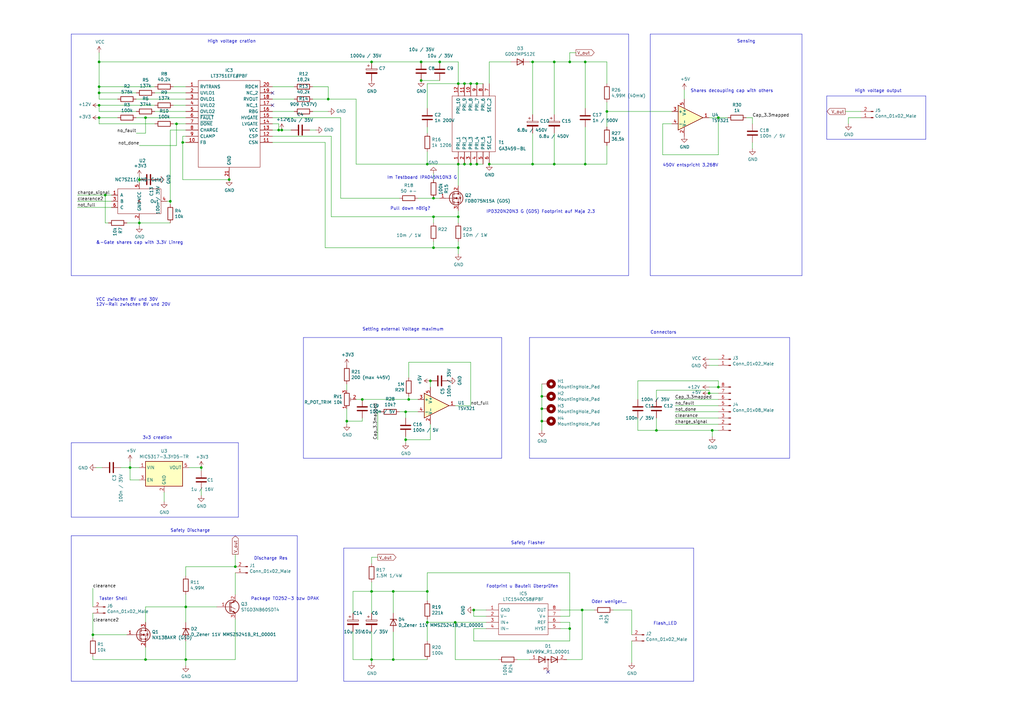
<source format=kicad_sch>
(kicad_sch (version 20230121) (generator eeschema)
  (paper "A3")
  (junction (at 96.52 232.41))
  (junction (at 82.55 191.77))
  (junction (at 180.34 25.4))
  (junction (at 195.58 67.31))
  (junction (at 93.98 73.66))
  (junction (at 114.3 53.34))
  (junction (at 40.64 43.18))
  (junction (at 187.96 88.9))
  (junction (at 40.64 38.1))
  (junction (at 53.34 191.77))
  (junction (at 115.57 53.34))
  (junction (at 166.37 180.34))
  (junction (at 172.72 33.02))
  (junction (at 294.64 158.75))
  (junction (at 152.4 242.57))
  (junction (at 175.26 67.31))
  (junction (at 57.15 91.44))
  (junction (at 222.25 172.72))
  (junction (at 142.24 172.72))
  (junction (at 187.96 67.31))
  (junction (at 176.53 156.21))
  (junction (at 227.33 25.4))
  (junction (at 200.66 67.31))
  (junction (at 43.18 80.01))
  (junction (at 59.69 48.26))
  (junction (at 57.15 73.66))
  (junction (at 193.04 67.31))
  (junction (at 152.4 270.51))
  (junction (at 233.68 25.4))
  (junction (at 218.44 25.4))
  (junction (at 194.31 250.19))
  (junction (at 161.29 242.57))
  (junction (at 175.26 255.27))
  (junction (at 222.25 162.56))
  (junction (at 190.5 34.29))
  (junction (at 167.64 163.83))
  (junction (at 269.24 176.53))
  (junction (at 186.69 255.27))
  (junction (at 148.59 163.83))
  (junction (at 292.1 176.53))
  (junction (at 193.04 34.29))
  (junction (at 240.03 67.31))
  (junction (at 172.72 25.4))
  (junction (at 161.29 270.51))
  (junction (at 233.68 257.81))
  (junction (at 190.5 67.31))
  (junction (at 69.85 82.55))
  (junction (at 227.33 67.31))
  (junction (at 187.96 34.29))
  (junction (at 175.26 242.57))
  (junction (at 40.64 25.4))
  (junction (at 76.2 248.92))
  (junction (at 240.03 25.4))
  (junction (at 72.39 50.8))
  (junction (at 134.62 40.64))
  (junction (at 177.8 81.28))
  (junction (at 187.96 101.6))
  (junction (at 222.25 167.64))
  (junction (at 218.44 67.31))
  (junction (at 76.2 270.51))
  (junction (at 40.64 48.26))
  (junction (at 294.64 48.26))
  (junction (at 166.37 168.91))
  (junction (at 248.92 45.72))
  (junction (at 59.69 270.51))
  (junction (at 40.64 35.56))
  (junction (at 195.58 34.29))
  (junction (at 38.1 260.35))
  (junction (at 152.4 25.4))
  (junction (at 177.8 101.6))
  (junction (at 74.93 58.42))
  (junction (at 238.76 250.19))
  (junction (at 290.83 161.29))
  (junction (at 177.8 88.9))
  (no_connect (at 111.76 38.1))
  (no_connect (at 111.76 43.18))
  (no_connect (at 224.79 275.59))
  (wire (pts (xy 55.88 45.72) (xy 40.64 45.72)))
  (polyline (pts (xy 284.48 224.79) (xy 284.48 279.4)))
  (wire (pts (xy 175.26 255.27) (xy 175.26 262.89)))
  (wire (pts (xy 88.9 248.92) (xy 76.2 248.92)))
  (wire (pts (xy 152.4 270.51) (xy 152.4 271.78)))
  (wire (pts (xy 40.64 50.8) (xy 40.64 48.26)))
  (wire (pts (xy 248.92 45.72) (xy 248.92 52.07)))
  (wire (pts (xy 49.53 191.77) (xy 53.34 191.77)))
  (wire (pts (xy 167.64 163.83) (xy 171.45 163.83)))
  (wire (pts (xy 194.31 257.81) (xy 194.31 262.89)))
  (polyline (pts (xy 140.97 279.4) (xy 140.97 224.79)))
  (wire (pts (xy 195.58 34.29) (xy 193.04 34.29)))
  (wire (pts (xy 186.69 270.51) (xy 186.69 255.27)))
  (wire (pts (xy 135.89 55.88) (xy 111.76 55.88)))
  (polyline (pts (xy 379.73 39.37) (xy 379.73 57.15)))
  (polyline (pts (xy 29.21 219.71) (xy 121.92 219.71)))
  (wire (pts (xy 276.86 168.91) (xy 294.64 168.91)))
  (wire (pts (xy 40.64 25.4) (xy 152.4 25.4)))
  (wire (pts (xy 59.69 270.51) (xy 76.2 270.51)))
  (wire (pts (xy 59.69 270.51) (xy 59.69 265.43)))
  (polyline (pts (xy 339.09 39.37) (xy 379.73 39.37)))
  (wire (pts (xy 96.52 227.33) (xy 96.52 232.41)))
  (wire (pts (xy 294.64 48.26) (xy 294.64 63.5)))
  (wire (pts (xy 144.78 259.08) (xy 144.78 270.51)))
  (wire (pts (xy 198.12 34.29) (xy 195.58 34.29)))
  (wire (pts (xy 276.86 163.83) (xy 294.64 163.83)))
  (wire (pts (xy 31.75 82.55) (xy 45.72 82.55)))
  (polyline (pts (xy 257.81 113.03) (xy 29.21 113.03)))
  (wire (pts (xy 218.44 25.4) (xy 218.44 46.99)))
  (wire (pts (xy 227.33 67.31) (xy 240.03 67.31)))
  (wire (pts (xy 269.24 171.45) (xy 269.24 176.53)))
  (wire (pts (xy 218.44 67.31) (xy 227.33 67.31)))
  (wire (pts (xy 166.37 180.34) (xy 166.37 179.07)))
  (wire (pts (xy 186.69 270.51) (xy 204.47 270.51)))
  (wire (pts (xy 76.2 38.1) (xy 63.5 38.1)))
  (wire (pts (xy 67.31 201.93) (xy 67.31 205.74)))
  (wire (pts (xy 175.26 242.57) (xy 175.26 246.38)))
  (wire (pts (xy 227.33 25.4) (xy 233.68 25.4)))
  (wire (pts (xy 238.76 250.19) (xy 243.84 250.19)))
  (wire (pts (xy 233.68 25.4) (xy 233.68 21.59)))
  (wire (pts (xy 71.12 43.18) (xy 76.2 43.18)))
  (wire (pts (xy 114.3 53.34) (xy 111.76 53.34)))
  (wire (pts (xy 133.35 58.42) (xy 111.76 58.42)))
  (wire (pts (xy 199.39 257.81) (xy 194.31 257.81)))
  (polyline (pts (xy 266.7 113.03) (xy 266.7 13.97)))
  (wire (pts (xy 69.85 53.34) (xy 76.2 53.34)))
  (wire (pts (xy 290.83 48.26) (xy 294.64 48.26)))
  (wire (pts (xy 76.2 55.88) (xy 74.93 55.88)))
  (polyline (pts (xy 97.79 212.09) (xy 29.21 212.09)))
  (wire (pts (xy 40.64 40.64) (xy 48.26 40.64)))
  (wire (pts (xy 59.69 48.26) (xy 55.88 48.26)))
  (wire (pts (xy 294.64 156.21) (xy 261.62 156.21)))
  (wire (pts (xy 233.68 262.89) (xy 233.68 257.81)))
  (wire (pts (xy 38.1 261.62) (xy 38.1 260.35)))
  (wire (pts (xy 52.07 91.44) (xy 57.15 91.44)))
  (wire (pts (xy 146.05 163.83) (xy 148.59 163.83)))
  (wire (pts (xy 294.64 173.99) (xy 276.86 173.99)))
  (wire (pts (xy 195.58 67.31) (xy 198.12 67.31)))
  (wire (pts (xy 53.34 191.77) (xy 57.15 191.77)))
  (wire (pts (xy 146.05 67.31) (xy 146.05 40.64)))
  (wire (pts (xy 57.15 72.39) (xy 57.15 73.66)))
  (polyline (pts (xy 124.46 187.96) (xy 124.46 138.43)))
  (wire (pts (xy 347.98 48.26) (xy 353.06 48.26)))
  (wire (pts (xy 152.4 270.51) (xy 161.29 270.51)))
  (wire (pts (xy 187.96 34.29) (xy 187.96 25.4)))
  (wire (pts (xy 167.64 162.56) (xy 167.64 163.83)))
  (wire (pts (xy 40.64 25.4) (xy 40.64 35.56)))
  (wire (pts (xy 40.64 45.72) (xy 40.64 43.18)))
  (wire (pts (xy 38.1 251.46) (xy 38.1 260.35)))
  (wire (pts (xy 248.92 41.91) (xy 248.92 45.72)))
  (wire (pts (xy 38.1 270.51) (xy 59.69 270.51)))
  (wire (pts (xy 57.15 91.44) (xy 57.15 90.17)))
  (wire (pts (xy 59.69 248.92) (xy 76.2 248.92)))
  (wire (pts (xy 77.47 191.77) (xy 82.55 191.77)))
  (wire (pts (xy 187.96 101.6) (xy 177.8 101.6)))
  (wire (pts (xy 200.66 25.4) (xy 209.55 25.4)))
  (wire (pts (xy 111.76 45.72) (xy 120.65 45.72)))
  (wire (pts (xy 187.96 88.9) (xy 177.8 88.9)))
  (wire (pts (xy 134.62 40.64) (xy 128.27 40.64)))
  (wire (pts (xy 154.94 228.6) (xy 152.4 228.6)))
  (wire (pts (xy 187.96 25.4) (xy 180.34 25.4)))
  (wire (pts (xy 76.2 248.92) (xy 76.2 255.27)))
  (wire (pts (xy 187.96 67.31) (xy 175.26 67.31)))
  (wire (pts (xy 240.03 25.4) (xy 233.68 25.4)))
  (wire (pts (xy 193.04 67.31) (xy 190.5 67.31)))
  (wire (pts (xy 222.25 176.53) (xy 222.25 172.72)))
  (wire (pts (xy 240.03 44.45) (xy 240.03 25.4)))
  (wire (pts (xy 76.2 40.64) (xy 55.88 40.64)))
  (wire (pts (xy 76.2 35.56) (xy 71.12 35.56)))
  (wire (pts (xy 69.85 91.44) (xy 57.15 91.44)))
  (wire (pts (xy 271.78 63.5) (xy 271.78 50.8)))
  (wire (pts (xy 275.59 45.72) (xy 248.92 45.72)))
  (wire (pts (xy 290.83 160.02) (xy 269.24 160.02)))
  (wire (pts (xy 236.22 21.59) (xy 233.68 21.59)))
  (wire (pts (xy 74.93 55.88) (xy 74.93 58.42)))
  (wire (pts (xy 193.04 166.37) (xy 186.69 166.37)))
  (wire (pts (xy 44.45 91.44) (xy 43.18 91.44)))
  (wire (pts (xy 31.75 80.01) (xy 43.18 80.01)))
  (wire (pts (xy 38.1 248.92) (xy 38.1 241.3)))
  (wire (pts (xy 127 53.34) (xy 129.54 53.34)))
  (wire (pts (xy 308.61 50.8) (xy 308.61 48.26)))
  (wire (pts (xy 76.2 232.41) (xy 76.2 236.22)))
  (wire (pts (xy 177.8 99.06) (xy 177.8 101.6)))
  (wire (pts (xy 161.29 251.46) (xy 161.29 242.57)))
  (wire (pts (xy 269.24 176.53) (xy 261.62 176.53)))
  (wire (pts (xy 43.18 91.44) (xy 43.18 80.01)))
  (wire (pts (xy 233.68 252.73) (xy 229.87 252.73)))
  (wire (pts (xy 63.5 43.18) (xy 40.64 43.18)))
  (wire (pts (xy 139.7 48.26) (xy 139.7 81.28)))
  (wire (pts (xy 195.58 67.31) (xy 193.04 67.31)))
  (wire (pts (xy 161.29 259.08) (xy 161.29 270.51)))
  (wire (pts (xy 144.78 270.51) (xy 152.4 270.51)))
  (wire (pts (xy 40.64 21.59) (xy 40.64 25.4)))
  (wire (pts (xy 276.86 166.37) (xy 294.64 166.37)))
  (wire (pts (xy 76.2 50.8) (xy 72.39 50.8)))
  (wire (pts (xy 176.53 180.34) (xy 166.37 180.34)))
  (wire (pts (xy 166.37 168.91) (xy 163.83 168.91)))
  (wire (pts (xy 200.66 67.31) (xy 218.44 67.31)))
  (wire (pts (xy 59.69 248.92) (xy 59.69 255.27)))
  (wire (pts (xy 233.68 257.81) (xy 233.68 255.27)))
  (wire (pts (xy 152.4 228.6) (xy 152.4 231.14)))
  (wire (pts (xy 48.26 48.26) (xy 40.64 48.26)))
  (wire (pts (xy 212.09 270.51) (xy 217.17 270.51)))
  (wire (pts (xy 347.98 50.8) (xy 347.98 48.26)))
  (wire (pts (xy 269.24 176.53) (xy 292.1 176.53)))
  (wire (pts (xy 135.89 88.9) (xy 135.89 55.88)))
  (wire (pts (xy 187.96 91.44) (xy 187.96 88.9)))
  (wire (pts (xy 271.78 50.8) (xy 275.59 50.8)))
  (wire (pts (xy 346.71 45.72) (xy 353.06 45.72)))
  (polyline (pts (xy 121.92 279.4) (xy 29.21 279.4)))
  (wire (pts (xy 72.39 50.8) (xy 72.39 59.69)))
  (wire (pts (xy 290.83 147.32) (xy 294.64 147.32)))
  (wire (pts (xy 229.87 250.19) (xy 238.76 250.19)))
  (wire (pts (xy 269.24 160.02) (xy 269.24 163.83)))
  (wire (pts (xy 222.25 167.64) (xy 222.25 162.56)))
  (wire (pts (xy 40.64 38.1) (xy 55.88 38.1)))
  (wire (pts (xy 308.61 48.26) (xy 306.07 48.26)))
  (wire (pts (xy 294.64 158.75) (xy 294.64 156.21)))
  (wire (pts (xy 193.04 148.59) (xy 193.04 166.37)))
  (wire (pts (xy 261.62 156.21) (xy 261.62 163.83)))
  (wire (pts (xy 134.62 35.56) (xy 134.62 40.64)))
  (wire (pts (xy 233.68 234.95) (xy 233.68 252.73)))
  (wire (pts (xy 76.2 48.26) (xy 59.69 48.26)))
  (wire (pts (xy 148.59 163.83) (xy 167.64 163.83)))
  (wire (pts (xy 152.4 238.76) (xy 152.4 242.57)))
  (wire (pts (xy 238.76 270.51) (xy 238.76 250.19)))
  (wire (pts (xy 146.05 40.64) (xy 134.62 40.64)))
  (polyline (pts (xy 217.17 138.43) (xy 323.85 138.43)))
  (wire (pts (xy 53.34 189.23) (xy 53.34 191.77)))
  (polyline (pts (xy 339.09 57.15) (xy 339.09 39.37)))
  (wire (pts (xy 144.78 242.57) (xy 152.4 242.57)))
  (wire (pts (xy 120.65 35.56) (xy 111.76 35.56)))
  (polyline (pts (xy 379.73 57.15) (xy 339.09 57.15)))
  (wire (pts (xy 59.69 48.26) (xy 59.69 54.61)))
  (polyline (pts (xy 323.85 187.96) (xy 217.17 187.96)))
  (wire (pts (xy 53.34 191.77) (xy 53.34 196.85)))
  (wire (pts (xy 115.57 53.34) (xy 119.38 53.34)))
  (wire (pts (xy 259.08 250.19) (xy 251.46 250.19)))
  (wire (pts (xy 76.2 232.41) (xy 96.52 232.41)))
  (wire (pts (xy 152.4 242.57) (xy 152.4 251.46)))
  (wire (pts (xy 133.35 101.6) (xy 177.8 101.6)))
  (wire (pts (xy 227.33 54.61) (xy 227.33 67.31)))
  (wire (pts (xy 294.64 63.5) (xy 271.78 63.5)))
  (wire (pts (xy 259.08 262.89) (xy 259.08 271.78)))
  (polyline (pts (xy 217.17 187.96) (xy 217.17 138.43)))
  (wire (pts (xy 43.18 80.01) (xy 45.72 80.01)))
  (wire (pts (xy 128.27 35.56) (xy 134.62 35.56)))
  (wire (pts (xy 111.76 40.64) (xy 120.65 40.64)))
  (wire (pts (xy 76.2 45.72) (xy 63.5 45.72)))
  (wire (pts (xy 222.25 172.72) (xy 222.25 167.64)))
  (polyline (pts (xy 29.21 113.03) (xy 29.21 13.97)))
  (wire (pts (xy 176.53 173.99) (xy 176.53 180.34)))
  (wire (pts (xy 146.05 67.31) (xy 175.26 67.31)))
  (wire (pts (xy 248.92 59.69) (xy 248.92 67.31)))
  (polyline (pts (xy 29.21 212.09) (xy 29.21 181.61)))
  (wire (pts (xy 111.76 50.8) (xy 114.3 50.8)))
  (wire (pts (xy 152.4 242.57) (xy 161.29 242.57)))
  (wire (pts (xy 40.64 35.56) (xy 63.5 35.56)))
  (wire (pts (xy 175.26 254) (xy 175.26 255.27)))
  (wire (pts (xy 38.1 269.24) (xy 38.1 270.51)))
  (wire (pts (xy 76.2 270.51) (xy 76.2 262.89)))
  (wire (pts (xy 298.45 48.26) (xy 294.64 48.26)))
  (polyline (pts (xy 29.21 279.4) (xy 29.21 219.71)))
  (wire (pts (xy 227.33 25.4) (xy 227.33 46.99)))
  (polyline (pts (xy 323.85 138.43) (xy 323.85 187.96)))
  (wire (pts (xy 232.41 270.51) (xy 238.76 270.51)))
  (polyline (pts (xy 266.7 13.97) (xy 328.93 13.97)))
  (wire (pts (xy 290.83 149.86) (xy 294.64 149.86)))
  (wire (pts (xy 152.4 259.08) (xy 152.4 270.51)))
  (polyline (pts (xy 97.79 181.61) (xy 97.79 212.09)))
  (wire (pts (xy 38.1 260.35) (xy 52.07 260.35)))
  (wire (pts (xy 167.64 154.94) (xy 167.64 148.59)))
  (wire (pts (xy 290.83 161.29) (xy 294.64 161.29)))
  (wire (pts (xy 161.29 242.57) (xy 175.26 242.57)))
  (wire (pts (xy 154.94 168.91) (xy 154.94 180.34)))
  (wire (pts (xy 233.68 255.27) (xy 229.87 255.27)))
  (wire (pts (xy 135.89 88.9) (xy 177.8 88.9)))
  (wire (pts (xy 166.37 181.61) (xy 166.37 180.34)))
  (wire (pts (xy 39.37 191.77) (xy 41.91 191.77)))
  (wire (pts (xy 187.96 101.6) (xy 187.96 104.14)))
  (wire (pts (xy 74.93 58.42) (xy 76.2 58.42)))
  (wire (pts (xy 82.55 200.66) (xy 82.55 203.2)))
  (polyline (pts (xy 266.7 113.03) (xy 328.93 113.03)))
  (polyline (pts (xy 328.93 13.97) (xy 328.93 113.03)))
  (wire (pts (xy 199.39 252.73) (xy 194.31 252.73)))
  (wire (pts (xy 57.15 92.71) (xy 57.15 91.44)))
  (wire (pts (xy 187.96 67.31) (xy 187.96 76.2)))
  (polyline (pts (xy 121.92 219.71) (xy 121.92 279.4)))
  (wire (pts (xy 177.8 81.28) (xy 171.45 81.28)))
  (wire (pts (xy 134.62 45.72) (xy 128.27 45.72)))
  (wire (pts (xy 180.34 81.28) (xy 177.8 81.28)))
  (wire (pts (xy 74.93 58.42) (xy 74.93 73.66)))
  (wire (pts (xy 193.04 34.29) (xy 190.5 34.29)))
  (wire (pts (xy 190.5 67.31) (xy 187.96 67.31)))
  (wire (pts (xy 180.34 25.4) (xy 172.72 25.4)))
  (wire (pts (xy 40.64 35.56) (xy 40.64 38.1)))
  (wire (pts (xy 144.78 251.46) (xy 144.78 242.57)))
  (wire (pts (xy 222.25 162.56) (xy 222.25 157.48)))
  (wire (pts (xy 142.24 167.64) (xy 142.24 172.72)))
  (wire (pts (xy 139.7 81.28) (xy 163.83 81.28)))
  (wire (pts (xy 175.26 62.23) (xy 175.26 67.31)))
  (wire (pts (xy 167.64 148.59) (xy 193.04 148.59)))
  (wire (pts (xy 57.15 73.66) (xy 57.15 74.93)))
  (wire (pts (xy 111.76 48.26) (xy 139.7 48.26)))
  (polyline (pts (xy 257.81 13.97) (xy 257.81 113.03)))
  (wire (pts (xy 248.92 34.29) (xy 248.92 25.4)))
  (wire (pts (xy 76.2 273.05) (xy 76.2 270.51)))
  (wire (pts (xy 69.85 82.55) (xy 69.85 53.34)))
  (wire (pts (xy 175.26 34.29) (xy 187.96 34.29)))
  (wire (pts (xy 166.37 171.45) (xy 166.37 168.91)))
  (wire (pts (xy 72.39 59.69) (xy 57.15 59.69)))
  (wire (pts (xy 218.44 54.61) (xy 218.44 67.31)))
  (wire (pts (xy 276.86 171.45) (xy 294.64 171.45)))
  (wire (pts (xy 142.24 157.48) (xy 142.24 160.02)))
  (wire (pts (xy 259.08 260.35) (xy 259.08 250.19)))
  (wire (pts (xy 290.83 161.29) (xy 290.83 160.02)))
  (wire (pts (xy 161.29 270.51) (xy 175.26 270.51)))
  (wire (pts (xy 82.55 191.77) (xy 82.55 193.04)))
  (wire (pts (xy 176.53 156.21) (xy 176.53 158.75)))
  (wire (pts (xy 96.52 243.84) (xy 96.52 234.95)))
  (polyline (pts (xy 29.21 181.61) (xy 97.79 181.61)))
  (wire (pts (xy 177.8 91.44) (xy 177.8 88.9)))
  (wire (pts (xy 114.3 50.8) (xy 114.3 53.34)))
  (wire (pts (xy 218.44 25.4) (xy 227.33 25.4)))
  (wire (pts (xy 280.67 40.64) (xy 280.67 36.83)))
  (wire (pts (xy 233.68 257.81) (xy 229.87 257.81)))
  (wire (pts (xy 194.31 262.89) (xy 233.68 262.89)))
  (wire (pts (xy 148.59 172.72) (xy 142.24 172.72)))
  (wire (pts (xy 53.34 196.85) (xy 57.15 196.85)))
  (wire (pts (xy 200.66 34.29) (xy 200.66 25.4)))
  (wire (pts (xy 175.26 44.45) (xy 175.26 34.29)))
  (wire (pts (xy 59.69 54.61) (xy 55.88 54.61)))
  (polyline (pts (xy 29.21 13.97) (xy 257.81 13.97)))
  (polyline (pts (xy 205.74 187.96) (xy 124.46 187.96)))
  (wire (pts (xy 292.1 179.07) (xy 292.1 176.53)))
  (wire (pts (xy 175.26 234.95) (xy 233.68 234.95)))
  (wire (pts (xy 290.83 158.75) (xy 294.64 158.75)))
  (wire (pts (xy 186.69 255.27) (xy 199.39 255.27)))
  (wire (pts (xy 40.64 38.1) (xy 40.64 40.64)))
  (wire (pts (xy 152.4 25.4) (xy 172.72 25.4)))
  (wire (pts (xy 133.35 58.42) (xy 133.35 101.6)))
  (wire (pts (xy 194.31 252.73) (xy 194.31 250.19)))
  (wire (pts (xy 308.61 60.96) (xy 308.61 58.42)))
  (polyline (pts (xy 284.48 279.4) (xy 140.97 279.4)))
  (wire (pts (xy 96.52 270.51) (xy 76.2 270.51)))
  (wire (pts (xy 186.69 255.27) (xy 175.26 255.27)))
  (wire (pts (xy 177.8 73.66) (xy 177.8 71.12)))
  (wire (pts (xy 248.92 25.4) (xy 240.03 25.4)))
  (wire (pts (xy 74.93 73.66) (xy 93.98 73.66)))
  (wire (pts (xy 31.75 85.09) (xy 45.72 85.09)))
  (wire (pts (xy 156.21 168.91) (xy 154.94 168.91)))
  (wire (pts (xy 166.37 168.91) (xy 171.45 168.91)))
  (wire (pts (xy 217.17 25.4) (xy 218.44 25.4)))
  (wire (pts (xy 194.31 250.19) (xy 199.39 250.19)))
  (polyline (pts (xy 205.74 138.43) (xy 205.74 187.96)))
  (wire (pts (xy 180.34 33.02) (xy 172.72 33.02)))
  (wire (pts (xy 240.03 52.07) (xy 240.03 67.31)))
  (polyline (pts (xy 124.46 138.43) (xy 205.74 138.43)))
  (wire (pts (xy 175.26 52.07) (xy 175.26 54.61)))
  (wire (pts (xy 148.59 171.45) (xy 148.59 172.72)))
  (wire (pts (xy 292.1 176.53) (xy 294.64 176.53)))
  (wire (pts (xy 142.24 172.72) (xy 142.24 173.99)))
  (wire (pts (xy 68.58 82.55) (xy 69.85 82.55)))
  (wire (pts (xy 76.2 248.92) (xy 76.2 243.84)))
  (polyline (pts (xy 140.97 224.79) (xy 284.48 224.79)))
  (wire (pts (xy 114.3 53.34) (xy 115.57 53.34)))
  (wire (pts (xy 187.96 99.06) (xy 187.96 101.6)))
  (wire (pts (xy 187.96 86.36) (xy 187.96 88.9)))
  (wire (pts (xy 63.5 50.8) (xy 40.64 50.8)))
  (wire (pts (xy 69.85 83.82) (xy 69.85 82.55)))
  (wire (pts (xy 72.39 50.8) (xy 71.12 50.8)))
  (wire (pts (xy 187.96 34.29) (xy 190.5 34.29)))
  (wire (pts (xy 175.26 234.95) (xy 175.26 242.57)))
  (wire (pts (xy 240.03 67.31) (xy 248.92 67.31)))
  (wire (pts (xy 96.52 254) (xy 96.52 270.51)))
  (wire (pts (xy 261.62 176.53) (xy 261.62 171.45)))
  (text "Oder weniger..." (at 242.57 247.65 0) (effects (font (size 1.27 1.27)) (justify left bottom)))
  (text "VCC zwischen 8V und 30V\n12V-Rail zwischen 8V und 20V" (at 39.37 125.73 0) (effects (font (size 1.27 1.27)) (justify left bottom)))
  (text "Flash_LED" (at 267.97 256.54 0) (effects (font (size 1.27 1.27)) (justify left bottom)))
  (text "Discharge Res" (at 104.14 229.87 0) (effects (font (size 1.27 1.27)) (justify left bottom)))
  (text "High voltage output" (at 350.52 38.1 0) (effects (font (size 1.27 1.27)) (justify left bottom)))
  (text "IPD320N20N3 G (GDS) Footprint auf Maja 2.3" (at 199.39 87.63 0) (effects (font (size 1.27 1.27)) (justify left bottom)))
  (text "Pull down nötig?" (at 160.02 86.36 0) (effects (font (size 1.27 1.27)) (justify left bottom)))
  (text "Taster Shell" (at 40.64 246.38 0) (effects (font (size 1.27 1.27)) (justify left bottom)))
  (text "Safety Flasher" (at 209.55 223.52 0) (effects (font (size 1.27 1.27)) (justify left bottom)))
  (text "Connectors" (at 266.7 137.16 0) (effects (font (size 1.27 1.27)) (justify left bottom)))
  (text "Setting external Voltage maximum" (at 148.59 135.89 0) (effects (font (size 1.27 1.27)) (justify left bottom)))
  (text "Im Testboard IPA045N10N3 G" (at 158.75 73.66 0) (effects (font (size 1.27 1.27)) (justify left bottom)))
  (text "Sensing" (at 302.26 17.78 0) (effects (font (size 1.27 1.27)) (justify left bottom)))
  (text "&-Gate shares cap with 3.3V Linreg" (at 39.37 100.33 0) (effects (font (size 1.27 1.27)) (justify left bottom)))
  (text "Shares decoupling cap with others" (at 283.21 38.1 0) (effects (font (size 1.27 1.27)) (justify left bottom)))
  (text "Footprint u Bauteil überprüfen" (at 199.39 241.3 0) (effects (font (size 1.27 1.27)) (justify left bottom)))
  (text "High voltage cration" (at 85.09 17.78 0) (effects (font (size 1.27 1.27)) (justify left bottom)))
  (text "Safety Discharge" (at 69.85 218.44 0) (effects (font (size 1.27 1.27)) (justify left bottom)))
  (text "450V entspricht 3,268V" (at 271.78 68.58 0) (effects (font (size 1.27 1.27)) (justify left bottom)))
  (text "Package TO252-3 bzw DPAK" (at 102.87 246.38 0) (effects (font (size 1.27 1.27)) (justify left bottom)))
  (text "3v3 creation" (at 58.42 180.34 0) (effects (font (size 1.27 1.27)) (justify left bottom)))
  (label "no_fault" (at 276.86 166.37 0))
  (label "not_done" (at 57.15 59.69 180))
  (label "Cap_3.3mapped" (at 308.61 48.26 0))
  (label "Cap_3.3mapped" (at 276.86 163.83 0))
  (label "not_full" (at 31.75 85.09 0))
  (label "clearance" (at 276.86 171.45 0))
  (label "clearance2" (at 31.75 82.55 0))
  (label "not_done" (at 276.86 168.91 0))
  (label "clearance2" (at 38.1 255.27 0))
  (label "charge_signal" (at 31.75 80.01 0))
  (label "not_full" (at 193.04 166.37 0))
  (label "Cap_3.3mapped" (at 154.94 180.34 90))
  (label "no_fault" (at 55.88 54.61 180))
  (label "clearance" (at 38.1 241.3 0))
  (label "charge_signal" (at 276.86 173.99 0))
  (global_label "V_out" (shape output) (at 346.71 45.72 180) (property "Intersheetrefs" "${INTERSHEET_REFS}" (effects hide)))
  (global_label "V_out" (shape output) (at 236.22 21.59 0) (property "Intersheetrefs" "${INTERSHEET_REFS}" (effects hide)))
  (global_label "V_out" (shape output) (at 96.52 227.33 90) (property "Intersheetrefs" "${INTERSHEET_REFS}" (effects hide)))
  (global_label "V_out" (shape output) (at 154.94 228.6 0) (property "Intersheetrefs" "${INTERSHEET_REFS}" (effects hide)))
  (symbol (lib_id "Device:R") (at 67.31 35.56 270) (unit 1)
    (property "Reference" "R8" (at 67.31 30.3022 90))
    (property "Value" "40,2k" (at 67.31 32.6136 90))
    (property "Footprint" "Resistor_SMD:R_0805_2012Metric_Pad1.15x1.40mm_HandSolder" (effects hide))
  )
  (symbol (lib_id "Device:R") (at 59.69 38.1 270) (unit 1)
    (property "Reference" "R5" (at 59.69 32.8422 90))
    (property "Value" "137k" (at 59.69 35.1536 90))
    (property "Footprint" "Resistor_SMD:R_0805_2012Metric_Pad1.15x1.40mm_HandSolder" (effects hide))
  )
  (symbol (lib_id "Device:R") (at 52.07 40.64 270) (unit 1)
    (property "Reference" "R2" (at 52.07 35.3822 90))
    (property "Value" "576k" (at 52.07 37.6936 90))
    (property "Footprint" "Resistor_SMD:R_0805_2012Metric_Pad1.15x1.40mm_HandSolder" (effects hide))
  )
  (symbol (lib_id "Device:R") (at 67.31 43.18 270) (unit 1)
    (property "Reference" "R9" (at 67.31 37.9222 90))
    (property "Value" "137k" (at 67.31 40.2336 90))
    (property "Footprint" "Resistor_SMD:R_0805_2012Metric_Pad1.15x1.40mm_HandSolder" (effects hide))
  )
  (symbol (lib_id "Device:R") (at 59.69 45.72 270) (unit 1)
    (property "Reference" "R6" (at 59.69 40.4622 90))
    (property "Value" "374k" (at 59.69 42.7736 90))
    (property "Footprint" "Resistor_SMD:R_0805_2012Metric_Pad1.15x1.40mm_HandSolder" (effects hide))
  )
  (symbol (lib_id "Device:R") (at 52.07 48.26 270) (unit 1)
    (property "Reference" "R3" (at 52.07 43.0022 90))
    (property "Value" "100k" (at 52.07 45.3136 90))
    (property "Footprint" "Resistor_SMD:R_0805_2012Metric_Pad1.15x1.40mm_HandSolder" (effects hide))
  )
  (symbol (lib_id "Device:R") (at 67.31 50.8 270) (unit 1)
    (property "Reference" "R10" (at 67.31 45.5422 90))
    (property "Value" "100k" (at 67.31 47.8536 90))
    (property "Footprint" "Resistor_SMD:R_0805_2012Metric_Pad1.15x1.40mm_HandSolder" (effects hide))
  )
  (symbol (lib_id "Device:R") (at 124.46 35.56 270) (unit 1)
    (property "Reference" "R12" (at 124.46 30.3022 90))
    (property "Value" "18,2k" (at 124.46 32.6136 90))
    (property "Footprint" "Resistor_SMD:R_0805_2012Metric_Pad1.15x1.40mm_HandSolder" (effects hide))
  )
  (symbol (lib_id "Device:R") (at 124.46 40.64 270) (unit 1)
    (property "Reference" "R13" (at 124.46 35.3822 90))
    (property "Value" "40,2k" (at 124.46 37.6936 90))
    (property "Footprint" "Resistor_SMD:R_0805_2012Metric_Pad1.15x1.40mm_HandSolder" (effects hide))
  )
  (symbol (lib_id "Device:R") (at 124.46 45.72 270) (unit 1)
    (property "Reference" "R14" (at 124.46 40.4622 90))
    (property "Value" "909 (437V)" (at 124.46 42.7736 90))
    (property "Footprint" "Resistor_SMD:R_0805_2012Metric_Pad1.15x1.40mm_HandSolder" (effects hide))
  )
  (symbol (lib_id "power:GND") (at 93.98 73.66 0) (unit 1)
    (property "Reference" "#PWR0101" (effects hide))
    (property "Value" "GND" (at 94.107 78.0542 0))
  )
  (symbol (lib_id "Device:R") (at 187.96 95.25 0) (unit 1)
    (property "Reference" "R23" (at 189.738 94.0816 0) (effects (justify left)))
    (property "Value" "10m / 1W" (at 189.738 96.393 0) (effects (justify left)))
    (property "Footprint" "Resistor_SMD:R_1206_3216Metric_Pad1.42x1.75mm_HandSolder" (effects hide))
  )
  (symbol (lib_id "Device:R") (at 167.64 81.28 270) (unit 1)
    (property "Reference" "R18" (at 167.64 76.0222 90))
    (property "Value" "50 +-" (at 167.64 78.3336 90))
    (property "Footprint" "Resistor_SMD:R_0805_2012Metric_Pad1.15x1.40mm_HandSolder" (effects hide))
  )
  (symbol (lib_id "Device:R") (at 248.92 38.1 0) (unit 1)
    (property "Reference" "R26" (at 250.698 36.9316 0) (effects (justify left)))
    (property "Value" "4,99M (40mW)" (at 250.698 39.243 0) (effects (justify left)))
    (property "Footprint" "Resistor_SMD:R_2010_5025Metric_Pad1.52x2.65mm_HandSolder" (effects hide))
  )
  (symbol (lib_id "Device:R") (at 248.92 55.88 0) (unit 1)
    (property "Reference" "R27" (at 250.698 54.7116 0) (effects (justify left)))
    (property "Value" "36,5k" (at 250.698 57.023 0) (effects (justify left)))
    (property "Footprint" "Resistor_SMD:R_0805_2012Metric_Pad1.15x1.40mm_HandSolder" (effects hide))
  )
  (symbol (lib_id "power:GND") (at 187.96 104.14 0) (unit 1)
    (property "Reference" "#PWR0102" (effects hide))
    (property "Value" "GND" (at 188.087 108.5342 0))
  )
  (symbol (lib_id "SamacSys_Parts:LT3751EFE#PBF") (at 76.2 35.56 0) (unit 1)
    (property "Reference" "IC3" (at 93.98 28.829 0))
    (property "Value" "LT3751EFE#PBF" (at 93.98 31.1404 0))
    (property "Footprint" "SamacSys_Parts:SOP65P640X120-21N" (effects hide))
    (property "Datasheet" "http://www.analog.com/media/en/technical-documentation/data-sheets/lt3751.pdf" (effects hide))
    (property "Description" "Linear Technology LT3751EFE#PBF, Capacitor Charger Controller, 24 V Flyback, 20-Pin, TSSOP" (effects hide))
    (property "Height" "1.2" (effects hide))
    (property "Mouser Part Number" "584-LT3751EFE#PBF" (effects hide))
    (property "Mouser Price/Stock" "https://www.mouser.co.uk/ProductDetail/Analog-Devices-Linear-Technology/LT3751EFEPBF?qs=hVkxg5c3xu83pMr95zJL5A%3D%3D" (effects hide))
    (property "Manufacturer_Name" "Linear Technology" (effects hide))
    (property "Manufacturer_Part_Number" "LT3751EFE#PBF" (effects hide))
  )
  (symbol (lib_id "power:VCC") (at 40.64 21.59 0) (unit 1)
    (property "Reference" "#PWR0103" (effects hide))
    (property "Value" "VCC" (at 41.021 17.1958 0))
  )
  (symbol (lib_id "SamacSys_Parts:GA3459-BL") (at 187.96 67.31 90) (unit 1)
    (property "Reference" "T1" (at 204.47 58.42 90) (effects (justify right)))
    (property "Value" "GA3459-BL" (at 204.47 60.96 90) (effects (justify right)))
    (property "Footprint" "SamacSys_Parts:GA3459BL" (effects hide))
    (property "Datasheet" "https://www.coilcraft.com/pdfs/ga3459.pdf" (effects hide))
    (property "Description" "Audio Transformers / Signal Transformers GA3459 for LT3751 500V 20A" (effects hide))
    (property "Height" "14" (effects hide))
    (property "Mouser Part Number" "994-GA3459-BL" (effects hide))
    (property "Mouser Price/Stock" "https://www.mouser.co.uk/ProductDetail/Coilcraft/GA3459-BL/?qs=ZYnrCdKdyecGrzi6ofbvIw%3D%3D" (effects hide))
    (property "Manufacturer_Name" "COILCRAFT" (effects hide))
    (property "Manufacturer_Part_Number" "GA3459-BL" (effects hide))
  )
  (symbol (lib_id "power:+5V") (at 280.67 36.83 0) (unit 1)
    (property "Reference" "#PWR0126" (effects hide))
    (property "Value" "+5V" (at 281.051 32.4358 0))
  )
  (symbol (lib_id "power:+5V") (at 290.83 161.29 90) (unit 1)
    (property "Reference" "#PWR0127" (effects hide))
    (property "Value" "+5V" (at 287.5788 160.909 90) (effects (justify left)))
  )
  (symbol (lib_id "power:GND") (at 200.66 67.31 0) (unit 1)
    (property "Reference" "#PWR0104" (effects hide))
    (property "Value" "GND" (at 200.787 71.7042 0))
  )
  (symbol (lib_id "Device:C") (at 180.34 29.21 0) (unit 1)
    (property "Reference" "C9" (at 183.261 28.0416 0) (effects (justify left)))
    (property "Value" "10u / 35V" (at 175.26 22.86 0) (effects (justify left)))
    (property "Footprint" "Capacitor_SMD:C_0805_2012Metric_Pad1.15x1.40mm_HandSolder" (effects hide))
  )
  (symbol (lib_id "Device:C") (at 172.72 29.21 0) (unit 1)
    (property "Reference" "C8" (at 175.641 28.0416 0) (effects (justify left)))
    (property "Value" "10u / 35V" (at 167.64 20.32 0) (effects (justify left)))
    (property "Footprint" "Capacitor_SMD:C_0805_2012Metric_Pad1.15x1.40mm_HandSolder" (effects hide))
  )
  (symbol (lib_id "Maja V2.4-rescue:CP-Device") (at 152.4 29.21 0) (unit 1)
    (property "Reference" "C7" (at 155.3972 28.0416 0) (effects (justify left)))
    (property "Value" "1000u / 35V" (at 143.51 22.86 0) (effects (justify left)))
    (property "Footprint" "Capacitor_THT:CP_Radial_D16.0mm_P7.50mm" (effects hide))
  )
  (symbol (lib_id "power:GND") (at 172.72 33.02 0) (unit 1)
    (property "Reference" "#PWR0105" (effects hide))
    (property "Value" "GND" (at 172.847 37.4142 0))
  )
  (symbol (lib_id "power:+5V") (at 176.53 156.21 90) (unit 1)
    (property "Reference" "#PWR0129" (effects hide))
    (property "Value" "+5V" (at 172.1358 155.829 0))
  )
  (symbol (lib_id "power:GND") (at 134.62 45.72 90) (unit 1)
    (property "Reference" "#PWR0106" (effects hide))
    (property "Value" "GND" (at 137.8712 45.593 90) (effects (justify right)))
  )
  (symbol (lib_id "Device:R") (at 177.8 95.25 0) (unit 1)
    (property "Reference" "R22" (at 179.578 94.0816 0) (effects (justify left)))
    (property "Value" "10m / 1W" (at 162.56 96.52 0) (effects (justify left)))
    (property "Footprint" "Resistor_SMD:R_1206_3216Metric_Pad1.42x1.75mm_HandSolder" (effects hide))
  )
  (symbol (lib_id "Device:C") (at 123.19 53.34 270) (unit 1)
    (property "Reference" "C4" (at 123.19 46.9392 90))
    (property "Value" "10u / 35V" (at 123.19 49.2506 90))
    (property "Footprint" "Capacitor_SMD:C_0805_2012Metric_Pad1.15x1.40mm_HandSolder" (effects hide))
  )
  (symbol (lib_id "power:GND") (at 129.54 53.34 90) (unit 1)
    (property "Reference" "#PWR0108" (effects hide))
    (property "Value" "GND" (at 132.7912 53.213 90) (effects (justify right)))
  )
  (symbol (lib_id "power:GND") (at 82.55 203.2 0) (unit 1)
    (property "Reference" "#PWR0131" (effects hide))
    (property "Value" "GND" (at 82.677 207.5942 0))
  )
  (symbol (lib_id "power:+5V") (at 53.34 189.23 0) (unit 1)
    (property "Reference" "#PWR0132" (effects hide))
    (property "Value" "+5V" (at 53.721 184.8358 0))
  )
  (symbol (lib_id "Device:C") (at 45.72 191.77 270) (unit 1)
    (property "Reference" "C3" (at 46.8884 194.691 0) (effects (justify left)))
    (property "Value" "100n / 35V" (at 49.53 194.31 0) (effects (justify left)))
    (property "Footprint" "Capacitor_SMD:C_0805_2012Metric_Pad1.15x1.40mm_HandSolder" (effects hide))
  )
  (symbol (lib_id "power:GND") (at 39.37 191.77 270) (unit 1)
    (property "Reference" "#PWR0133" (effects hide))
    (property "Value" "GND" (at 36.1188 191.897 90) (effects (justify right)))
  )
  (symbol (lib_id "power:+12V") (at 40.64 43.18 90) (unit 1)
    (property "Reference" "#PWR0109" (effects hide))
    (property "Value" "+12V" (at 37.3888 42.799 90) (effects (justify left)))
  )
  (symbol (lib_id "Maja V2.4-rescue:+3.3V-power") (at 40.64 48.26 90) (unit 1)
    (property "Reference" "#PWR0110" (effects hide))
    (property "Value" "+3.3V" (at 37.3888 47.879 90) (effects (justify left)))
  )
  (symbol (lib_id "power:GND") (at 57.15 92.71 0) (unit 1)
    (property "Reference" "#PWR0111" (effects hide))
    (property "Value" "GND" (at 57.277 97.1042 0))
  )
  (symbol (lib_id "Device:C") (at 82.55 196.85 180) (unit 1)
    (property "Reference" "C1" (at 87.63 196.85 0) (effects (justify left)))
    (property "Value" "1u / 16V" (at 87.63 200.66 0) (effects (justify left)))
    (property "Footprint" "Capacitor_SMD:C_0805_2012Metric_Pad1.15x1.40mm_HandSolder" (effects hide))
  )
  (symbol (lib_id "Maja V2.4-rescue:+3.3V-power") (at 82.55 191.77 0) (unit 1)
    (property "Reference" "#PWR0134" (effects hide))
    (property "Value" "+3.3V" (at 82.931 187.3758 0))
  )
  (symbol (lib_id "Device:C") (at 180.34 156.21 270) (unit 1)
    (property "Reference" "C5" (at 181.5084 159.131 0) (effects (justify left)))
    (property "Value" "100n / 35V" (at 184.15 151.13 0) (effects (justify left)))
    (property "Footprint" "Capacitor_SMD:C_0805_2012Metric_Pad1.15x1.40mm_HandSolder" (effects hide))
  )
  (symbol (lib_id "Device:Q_NMOS_GSD") (at 57.15 260.35 0) (unit 1)
    (property "Reference" "Q1" (at 62.3316 259.1816 0) (effects (justify left)))
    (property "Value" "NX138AKR (GSD)" (at 62.3316 261.493 0) (effects (justify left)))
    (property "Footprint" "Package_TO_SOT_SMD:SOT-23_Handsoldering" (effects hide))
  )
  (symbol (lib_id "power:GND") (at 280.67 55.88 0) (unit 1)
    (property "Reference" "#PWR01" (effects hide))
    (property "Value" "GND" (at 280.797 60.2742 0))
  )
  (symbol (lib_id "Maja V2.4-rescue:R_POT_TRIM-Device") (at 142.24 163.83 0) (mirror x) (unit 1)
    (property "Reference" "RV1" (at 140.462 162.6616 0) (effects (justify right)))
    (property "Value" "R_POT_TRIM 10k" (at 140.462 164.973 0) (effects (justify right)))
    (property "Footprint" "Potentiometer_THT:Potentiometer_Bourns_3266Z_Horizontal" (effects hide))
  )
  (symbol (lib_id "Device:R") (at 142.24 153.67 0) (unit 1)
    (property "Reference" "R21" (at 144.018 152.5016 0) (effects (justify left)))
    (property "Value" "200 (max 445V)" (at 144.018 154.813 0) (effects (justify left)))
    (property "Footprint" "Resistor_SMD:R_0805_2012Metric_Pad1.15x1.40mm_HandSolder" (effects hide))
  )
  (symbol (lib_id "power:+12V") (at 115.57 53.34 0) (unit 1)
    (property "Reference" "#PWR0112" (effects hide))
    (property "Value" "+12V" (at 115.951 48.9458 0))
  )
  (symbol (lib_id "Maja_customparts:NC7SZ11(AND-Gate)") (at 57.15 82.55 0) (unit 1)
    (property "Reference" "U2" (at 58.42 65.8876 0))
    (property "Value" "NC7SZ11(AND-Gate)" (at 57.15 73.66 0))
    (property "Footprint" "Package_TO_SOT_SMD:SOT-363_SC-70-6_Handsoldering" (effects hide))
  )
  (symbol (lib_id "Device:R") (at 38.1 265.43 0) (unit 1)
    (property "Reference" "R1" (at 39.878 264.2616 0) (effects (justify left)))
    (property "Value" "10k" (at 39.878 266.573 0) (effects (justify left)))
    (property "Footprint" "Resistor_SMD:R_0805_2012Metric_Pad1.15x1.40mm_HandSolder" (effects hide))
  )
  (symbol (lib_id "Device:D_Zener") (at 76.2 259.08 270) (unit 1)
    (property "Reference" "D2" (at 78.232 257.9116 90) (effects (justify left)))
    (property "Value" "D_Zener 11V MMSZ5241B_R1_00001" (at 78.232 260.223 90) (effects (justify left)))
    (property "Footprint" "Diode_SMD:D_SOD-123" (effects hide))
  )
  (symbol (lib_id "Device:R") (at 76.2 240.03 0) (unit 1)
    (property "Reference" "R11" (at 77.978 238.8616 0) (effects (justify left)))
    (property "Value" "4,99M" (at 77.978 241.173 0) (effects (justify left)))
    (property "Footprint" "Resistor_SMD:R_2010_5025Metric_Pad1.52x2.65mm_HandSolder" (effects hide))
  )
  (symbol (lib_id "Device:Q_NIGBT_GCE") (at 93.98 248.92 0) (unit 1)
    (property "Reference" "Q3" (at 98.806 247.7516 0) (effects (justify left)))
    (property "Value" "STGD3NB60SDT4" (at 98.806 250.063 0) (effects (justify left)))
    (property "Footprint" "Package_TO_SOT_SMD:TO-252-2" (effects hide))
  )
  (symbol (lib_id "Maja V2.4-rescue:Conn_01x02_Male-Connector") (at 101.6 234.95 180) (unit 1)
    (property "Reference" "J1" (at 102.3112 231.9528 0) (effects (justify right)))
    (property "Value" "Conn_01x02_Male" (at 102.3112 234.2642 0) (effects (justify right)))
    (property "Footprint" "Connector_Molex:Molex_Micro-Fit_3.0_43650-0200_1x02_P3.00mm_Horizontal" (effects hide))
  )
  (symbol (lib_id "power:GND") (at 76.2 273.05 0) (unit 1)
    (property "Reference" "#PWR0115" (effects hide))
    (property "Value" "GND" (at 76.327 277.4442 0))
  )
  (symbol (lib_id "Maja V2.4-rescue:CP-Device") (at 144.78 255.27 0) (unit 1)
    (property "Reference" "C14" (at 144.78 251.46 0) (effects (justify left)))
    (property "Value" "10u 35V" (at 140.97 259.08 0) (effects (justify left)))
    (property "Footprint" "Capacitor_SMD:C_0805_2012Metric_Pad1.15x1.40mm_HandSolder" (effects hide))
  )
  (symbol (lib_id "power:GND") (at 177.8 71.12 180) (unit 1)
    (property "Reference" "#PWR0107" (effects hide))
    (property "Value" "GND" (at 177.673 66.7258 0))
  )
  (symbol (lib_id "Regulator_Linear:MIC5365-3.3YD5") (at 67.31 194.31 0) (unit 1)
    (property "Reference" "U3" (at 67.31 184.9882 0))
    (property "Value" "MIC5317-3.3YD5-TR" (at 67.31 187.2996 0))
    (property "Footprint" "Package_TO_SOT_SMD:SOT-23-5" (effects hide))
    (property "Datasheet" "http://ww1.microchip.com/downloads/en/DeviceDoc/mic5365.pdf" (effects hide))
  )
  (symbol (lib_id "SamacSys_Parts:LTC1540IMS8#PBF") (at 199.39 250.19 0) (unit 1)
    (property "Reference" "IC5" (at 214.63 243.459 0))
    (property "Value" "LTC1540CS8#PBF" (at 214.63 245.7704 0))
    (property "Footprint" "Package_SO:SO-8_3.9x4.9mm_P1.27mm" (effects hide))
    (property "Datasheet" "https://www.arrow.com/en/products/ltc1540ims8pbf/analog-devices" (effects hide))
    (property "Description" "Comparator Single +/-5.5V/11V 8-Pin MSOP Tube" (effects hide))
    (property "Height" "1.1" (effects hide))
    (property "Mouser Part Number" "584-LTC1540IMS8#PBF" (effects hide))
    (property "Mouser Price/Stock" "https://www.mouser.co.uk/ProductDetail/Analog-Devices/LTC1540IMS8PBF?qs=hVkxg5c3xu%2FOuh6aIuEBIQ%3D%3D" (effects hide))
    (property "Manufacturer_Name" "Analog Devices" (effects hide))
    (property "Manufacturer_Part_Number" "LTC1540IMS8#PBF" (effects hide))
  )
  (symbol (lib_id "power:GND") (at 67.31 205.74 0) (unit 1)
    (property "Reference" "#PWR08" (effects hide))
    (property "Value" "GND" (at 67.437 210.1342 0))
  )
  (symbol (lib_id "Maja V2.4-rescue:+3.3V-power") (at 57.15 72.39 0) (unit 1)
    (property "Reference" "#PWR04" (effects hide))
    (property "Value" "+3.3V" (at 57.531 67.9958 0))
  )
  (symbol (lib_id "power:GND") (at 194.31 250.19 270) (unit 1)
    (property "Reference" "#PWR0116" (effects hide))
    (property "Value" "GND" (at 189.9158 250.317 0))
  )
  (symbol (lib_id "Device:R") (at 247.65 250.19 270) (unit 1)
    (property "Reference" "R25" (at 248.8184 251.968 0) (effects (justify left)))
    (property "Value" "1k" (at 246.507 251.968 0) (effects (justify left)))
    (property "Footprint" "Resistor_SMD:R_0805_2012Metric_Pad1.15x1.40mm_HandSolder" (effects hide))
  )
  (symbol (lib_id "power:GND") (at 259.08 271.78 0) (unit 1)
    (property "Reference" "#PWR0117" (effects hide))
    (property "Value" "GND" (at 259.207 276.1742 0))
  )
  (symbol (lib_id "Maja V2.4-rescue:Conn_01x02_Male-Connector") (at 264.16 262.89 180) (unit 1)
    (property "Reference" "J2" (at 264.8712 259.8928 0) (effects (justify right)))
    (property "Value" "Conn_01x02_Male" (at 264.8712 262.2042 0) (effects (justify right)))
    (property "Footprint" "Connector_JST:JST_PH_S2B-PH-K_1x02_P2.00mm_Horizontal" (effects hide))
  )
  (symbol (lib_id "Maja V2.4-rescue:CP-Device") (at 152.4 255.27 0) (unit 1)
    (property "Reference" "C6" (at 152.4 251.46 0) (effects (justify left)))
    (property "Value" "10u / 35V" (at 148.59 259.08 0) (effects (justify left)))
    (property "Footprint" "Capacitor_SMD:C_0805_2012Metric_Pad1.15x1.40mm_HandSolder" (effects hide))
  )
  (symbol (lib_id "Device:R") (at 152.4 234.95 0) (unit 1)
    (property "Reference" "R17" (at 154.178 233.7816 0) (effects (justify left)))
    (property "Value" "1.5M 1/4W" (at 154.178 236.093 0) (effects (justify left)))
    (property "Footprint" "Resistor_SMD:R_2010_5025Metric_Pad1.52x2.65mm_HandSolder" (effects hide))
  )
  (symbol (lib_id "Device:R") (at 69.85 87.63 0) (unit 1)
    (property "Reference" "R4" (at 71.628 86.4616 0) (effects (justify left)))
    (property "Value" "10k" (at 71.628 88.773 0) (effects (justify left)))
    (property "Footprint" "Resistor_SMD:R_0805_2012Metric_Pad1.15x1.40mm_HandSolder" (effects hide))
  )
  (symbol (lib_id "Device:D_Zener") (at 161.29 255.27 270) (unit 1)
    (property "Reference" "D4" (at 163.322 254.1016 90) (effects (justify left)))
    (property "Value" "D_Zener 11V MMSZ5241B_R1_00001" (at 163.322 256.413 90) (effects (justify left)))
    (property "Footprint" "Diode_SMD:D_SOD-123" (effects hide))
  )
  (symbol (lib_id "power:GND") (at 152.4 271.78 0) (unit 1)
    (property "Reference" "#PWR0118" (effects hide))
    (property "Value" "GND" (at 152.527 276.1742 0))
  )
  (symbol (lib_id "Maja V2.4-rescue:Conn_01x02_Male-Connector") (at 43.18 251.46 180) (unit 1)
    (property "Reference" "J6" (at 43.8912 248.4628 0) (effects (justify right)))
    (property "Value" "Conn_01x02_Male" (at 43.8912 250.7742 0) (effects (justify right)))
    (property "Footprint" "Connector_JST:JST_PH_S2B-PH-K_1x02_P2.00mm_Horizontal" (effects hide))
  )
  (symbol (lib_id "Maja V2.4-rescue:+3.3V-power") (at 142.24 149.86 0) (unit 1)
    (property "Reference" "#PWR05" (effects hide))
    (property "Value" "+3.3V" (at 142.621 145.4658 0))
  )
  (symbol (lib_id "power:GND") (at 152.4 33.02 0) (unit 1)
    (property "Reference" "#PWR0114" (effects hide))
    (property "Value" "GND" (at 152.527 37.4142 0))
  )
  (symbol (lib_id "Device:R") (at 208.28 270.51 270) (unit 1)
    (property "Reference" "R24" (at 209.4484 272.288 0) (effects (justify left)))
    (property "Value" "100k" (at 207.137 272.288 0) (effects (justify left)))
    (property "Footprint" "Resistor_SMD:R_0805_2012Metric_Pad1.15x1.40mm_HandSolder" (effects hide))
  )
  (symbol (lib_id "Device:R") (at 175.26 58.42 0) (unit 1)
    (property "Reference" "R16" (at 177.038 57.2516 0) (effects (justify left)))
    (property "Value" "1k 1206" (at 177.038 59.563 0) (effects (justify left)))
    (property "Footprint" "Resistor_SMD:R_1206_3216Metric_Pad1.42x1.75mm_HandSolder" (effects hide))
  )
  (symbol (lib_id "Device:C") (at 175.26 48.26 0) (unit 1)
    (property "Reference" "C2" (at 178.181 47.0916 0) (effects (justify left)))
    (property "Value" "1n 200V" (at 178.181 49.403 0) (effects (justify left)))
    (property "Footprint" "Capacitor_SMD:C_1206_3216Metric_Pad1.42x1.75mm_HandSolder" (effects hide))
  )
  (symbol (lib_id "Device:R") (at 175.26 266.7 0) (unit 1)
    (property "Reference" "R20" (at 177.038 265.5316 0) (effects (justify left)))
    (property "Value" "100k" (at 177.038 267.843 0) (effects (justify left)))
    (property "Footprint" "Resistor_SMD:R_0805_2012Metric_Pad1.15x1.40mm_HandSolder" (effects hide))
  )
  (symbol (lib_id "Device:R") (at 175.26 250.19 0) (unit 1)
    (property "Reference" "R19" (at 177.038 249.0216 0) (effects (justify left)))
    (property "Value" "221k" (at 177.038 251.333 0) (effects (justify left)))
    (property "Footprint" "Resistor_SMD:R_0805_2012Metric_Pad1.15x1.40mm_HandSolder" (effects hide))
  )
  (symbol (lib_id "power:GND") (at 142.24 173.99 0) (unit 1)
    (property "Reference" "#PWR06" (effects hide))
    (property "Value" "GND" (at 142.367 178.3842 0))
  )
  (symbol (lib_id "power:GND") (at 184.15 156.21 90) (unit 1)
    (property "Reference" "#PWR07" (effects hide))
    (property "Value" "GND" (at 188.5442 156.083 0))
  )
  (symbol (lib_id "Device:R") (at 177.8 77.47 180) (unit 1)
    (property "Reference" "R15" (at 183.0578 77.47 90))
    (property "Value" "100k" (at 180.7464 77.47 90))
    (property "Footprint" "Resistor_SMD:R_0805_2012Metric_Pad1.15x1.40mm_HandSolder" (effects hide))
  )
  (symbol (lib_id "Device:D") (at 213.36 25.4 180) (unit 1)
    (property "Reference" "D3" (at 213.36 19.8882 0))
    (property "Value" "GD02MPS12E" (at 213.36 22.1996 0))
    (property "Footprint" "Package_TO_SOT_SMD:TO-252-2_TabPin1" (effects hide))
  )
  (symbol (lib_id "Maja V2.4-rescue:Conn_01x02_Male-Connector") (at 358.14 48.26 180) (unit 1)
    (property "Reference" "J5" (at 358.8512 45.2628 0) (effects (justify right)))
    (property "Value" "Conn_01x02_Male" (at 358.8512 47.5742 0) (effects (justify right)))
    (property "Footprint" "Connector_Molex:Molex_Micro-Fit_3.0_43650-0200_1x02_P3.00mm_Horizontal" (effects hide))
  )
  (symbol (lib_id "power:GND") (at 347.98 50.8 0) (unit 1)
    (property "Reference" "#PWR0120" (effects hide))
    (property "Value" "GND" (at 348.107 55.1942 0))
  )
  (symbol (lib_id "Mechanical:MountingHole_Pad") (at 224.79 157.48 270) (unit 1)
    (property "Reference" "H1" (at 228.6 156.3116 90) (effects (justify left)))
    (property "Value" "MountingHole_Pad" (at 228.6 158.623 90) (effects (justify left)))
    (property "Footprint" "MountingHole:MountingHole_3.2mm_M3_Pad_Via" (effects hide))
  )
  (symbol (lib_id "Mechanical:MountingHole_Pad") (at 224.79 162.56 270) (unit 1)
    (property "Reference" "H2" (at 228.6 161.3916 90) (effects (justify left)))
    (property "Value" "MountingHole_Pad" (at 228.6 163.703 90) (effects (justify left)))
    (property "Footprint" "MountingHole:MountingHole_3.2mm_M3_Pad_Via" (effects hide))
  )
  (symbol (lib_id "Mechanical:MountingHole_Pad") (at 224.79 167.64 270) (unit 1)
    (property "Reference" "H3" (at 228.6 166.4716 90) (effects (justify left)))
    (property "Value" "MountingHole_Pad" (at 228.6 168.783 90) (effects (justify left)))
    (property "Footprint" "MountingHole:MountingHole_3.2mm_M3_Pad_Via" (effects hide))
  )
  (symbol (lib_id "Mechanical:MountingHole_Pad") (at 224.79 172.72 270) (unit 1)
    (property "Reference" "H4" (at 228.6 171.5516 90) (effects (justify left)))
    (property "Value" "MountingHole_Pad" (at 228.6 173.863 90) (effects (justify left)))
    (property "Footprint" "MountingHole:MountingHole_3.2mm_M3_Pad_Via" (effects hide))
  )
  (symbol (lib_id "power:GND") (at 222.25 176.53 0) (unit 1)
    (property "Reference" "#PWR0121" (effects hide))
    (property "Value" "GND" (at 222.377 180.9242 0))
  )
  (symbol (lib_id "Maja V2.4-rescue:Conn_01x02_Male-Connector") (at 299.72 149.86 180) (unit 1)
    (property "Reference" "J3" (at 300.4312 146.8628 0) (effects (justify right)))
    (property "Value" "Conn_01x02_Male" (at 300.4312 149.1742 0) (effects (justify right)))
    (property "Footprint" "Connector_Molex:Molex_Micro-Fit_3.0_43650-0200_1x02_P3.00mm_Horizontal" (effects hide))
  )
  (symbol (lib_id "power:VCC") (at 290.83 147.32 90) (unit 1)
    (property "Reference" "#PWR0122" (effects hide))
    (property "Value" "VCC" (at 287.6042 146.939 90) (effects (justify left)))
  )
  (symbol (lib_id "power:GND") (at 290.83 149.86 270) (unit 1)
    (property "Reference" "#PWR0123" (effects hide))
    (property "Value" "GND" (at 287.5788 149.987 90) (effects (justify right)))
  )
  (symbol (lib_id "Device:R") (at 302.26 48.26 270) (unit 1)
    (property "Reference" "R30" (at 302.26 43.0022 90))
    (property "Value" "1k" (at 302.26 45.3136 90))
    (property "Footprint" "Resistor_SMD:R_0805_2012Metric_Pad1.15x1.40mm_HandSolder" (effects hide))
  )
  (symbol (lib_id "Device:C") (at 308.61 54.61 0) (unit 1)
    (property "Reference" "C18" (at 311.531 53.4416 0) (effects (justify left)))
    (property "Value" "100n / 5V" (at 311.531 55.753 0) (effects (justify left)))
    (property "Footprint" "Capacitor_SMD:C_0805_2012Metric_Pad1.15x1.40mm_HandSolder" (effects hide))
  )
  (symbol (lib_id "power:GND") (at 308.61 60.96 0) (unit 1)
    (property "Reference" "#PWR09" (effects hide))
    (property "Value" "GND" (at 308.737 65.3542 0))
  )
  (symbol (lib_id "Device:C") (at 60.96 73.66 270) (unit 1)
    (property "Reference" "C13" (at 62.1284 76.581 0) (effects (justify left)))
    (property "Value" "100n / 35V" (at 64.77 76.2 0) (effects (justify left)))
    (property "Footprint" "Capacitor_SMD:C_0805_2012Metric_Pad1.15x1.40mm_HandSolder" (effects hide))
  )
  (symbol (lib_id "power:GND") (at 64.77 73.66 90) (unit 1)
    (property "Reference" "#PWR02" (effects hide))
    (property "Value" "GND" (at 69.1642 73.533 0))
  )
  (symbol (lib_id "Maja V2.4-rescue:Conn_01x08_Male-Connector") (at 299.72 168.91 180) (unit 1)
    (property "Reference" "J4" (at 300.4312 165.9128 0) (effects (justify right)))
    (property "Value" "Conn_01x08_Male" (at 300.4312 168.2242 0) (effects (justify right)))
    (property "Footprint" "Connector_JST:JST_PH_S8B-PH-K_1x08_P2.00mm_Horizontal" (effects hide))
  )
  (symbol (lib_id "power:+12V") (at 290.83 158.75 90) (unit 1)
    (property "Reference" "#PWR0124" (effects hide))
    (property "Value" "+12V" (at 284.48 158.75 90))
  )
  (symbol (lib_id "Maja V2.4-rescue:CP-Device") (at 218.44 50.8 0) (unit 1)
    (property "Reference" "C10" (at 221.4372 49.6316 0) (effects (justify left)))
    (property "Value" "6.8u / 450V" (at 212.09 53.34 0) (effects (justify left)))
    (property "Footprint" "Capacitor_THT:CP_Radial_D10.0mm_P5.00mm" (effects hide))
  )
  (symbol (lib_id "Maja V2.4-rescue:CP-Device") (at 227.33 50.8 0) (unit 1)
    (property "Reference" "C15" (at 230.3272 49.6316 0) (effects (justify left)))
    (property "Value" "6.8u / 450V" (at 220.98 55.88 0) (effects (justify left)))
    (property "Footprint" "Capacitor_THT:CP_Radial_D10.0mm_P5.00mm" (effects hide))
  )
  (symbol (lib_id "Maja V2.4-rescue:D_x2_Serial_AKC-Device") (at 224.79 270.51 0) (unit 1)
    (property "Reference" "D1" (at 224.79 264.9982 0))
    (property "Value" "BAV99W_R1_00001" (at 224.79 267.3096 0))
    (property "Footprint" "Package_TO_SOT_SMD:SOT-323_SC-70_Handsoldering" (effects hide))
  )
  (symbol (lib_id "Device:Q_NMOS_GDS") (at 185.42 81.28 0) (unit 1)
    (property "Reference" "Q2" (at 190.627 80.1116 0) (effects (justify left)))
    (property "Value" "FDB075N15A (GDS)" (at 190.627 82.423 0) (effects (justify left)))
    (property "Footprint" "Package_TO_SOT_SMD:TO-263-2" (effects hide))
  )
  (symbol (lib_id "Device:C") (at 269.24 167.64 0) (unit 1)
    (property "Reference" "C12" (at 272.161 166.4716 0) (effects (justify left)))
    (property "Value" "100n / 35V" (at 262.89 163.83 0) (effects (justify left)))
    (property "Footprint" "Capacitor_SMD:C_0805_2012Metric_Pad1.15x1.40mm_HandSolder" (effects hide))
  )
  (symbol (lib_id "Device:C") (at 261.62 167.64 0) (unit 1)
    (property "Reference" "C11" (at 264.541 166.4716 0) (effects (justify left)))
    (property "Value" "100n / 35V" (at 256.54 171.45 0) (effects (justify left)))
    (property "Footprint" "Capacitor_SMD:C_0805_2012Metric_Pad1.15x1.40mm_HandSolder" (effects hide))
  )
  (symbol (lib_id "power:GND") (at 292.1 179.07 0) (unit 1)
    (property "Reference" "#PWR0125" (effects hide))
    (property "Value" "GND" (at 292.227 183.4642 0))
  )
  (symbol (lib_id "Device:C") (at 148.59 167.64 0) (unit 1)
    (property "Reference" "C19" (at 151.511 166.4716 0) (effects (justify left)))
    (property "Value" "100n / 5V" (at 151.511 168.783 0) (effects (justify left)))
    (property "Footprint" "Capacitor_SMD:C_0805_2012Metric_Pad1.15x1.40mm_HandSolder" (effects hide))
  )
  (symbol (lib_id "power:GND") (at 166.37 181.61 0) (unit 1)
    (property "Reference" "#PWR03" (effects hide))
    (property "Value" "GND" (at 166.497 186.0042 0))
  )
  (symbol (lib_id "Device:C") (at 166.37 175.26 0) (unit 1)
    (property "Reference" "C16" (at 169.291 174.0916 0) (effects (justify left)))
    (property "Value" "100n / 5V" (at 169.291 176.403 0) (effects (justify left)))
    (property "Footprint" "Capacitor_SMD:C_0805_2012Metric_Pad1.15x1.40mm_HandSolder" (effects hide))
  )
  (symbol (lib_id "Device:R") (at 160.02 168.91 270) (unit 1)
    (property "Reference" "R28" (at 160.02 163.6522 90))
    (property "Value" "10k?" (at 160.02 165.9636 90))
    (property "Footprint" "Resistor_SMD:R_0805_2012Metric_Pad1.15x1.40mm_HandSolder" (effects hide))
  )
  (symbol (lib_id "Device:R") (at 167.64 158.75 180) (unit 1)
    (property "Reference" "R29" (at 165.862 159.9184 0) (effects (justify left)))
    (property "Value" "1M" (at 165.862 157.607 0) (effects (justify left)))
    (property "Footprint" "Resistor_SMD:R_0805_2012Metric_Pad1.15x1.40mm_HandSolder" (effects hide))
  )
  (symbol (lib_id "Device:R") (at 48.26 91.44 270) (unit 1)
    (property "Reference" "R7" (at 49.4284 93.218 0) (effects (justify left)))
    (property "Value" "10k" (at 47.117 93.218 0) (effects (justify left)))
    (property "Footprint" "Resistor_SMD:R_0805_2012Metric_Pad1.15x1.40mm_HandSolder" (effects hide))
  )
  (symbol (lib_id "Device:C") (at 240.03 48.26 0) (unit 1)
    (property "Reference" "C17" (at 242.951 47.0916 0) (effects (justify left)))
    (property "Value" "1n / 500V" (at 242.951 49.403 0) (effects (justify left)))
    (property "Footprint" "Capacitor_SMD:C_1206_3216Metric_Pad1.42x1.75mm_HandSolder" (effects hide))
  )
  (symbol (lib_id "Amplifier_Operational:AD8603") (at 179.07 166.37 0) (unit 1)
    (property "Reference" "U1" (at 187.8076 165.2016 0) (effects (justify left)))
    (property "Value" "TSV321" (at 187.8076 167.513 0) (effects (justify left)))
    (property "Footprint" "Package_TO_SOT_SMD:TSOT-23-5" (effects hide))
    (property "Datasheet" "https://www.analog.com/media/en/technical-documentation/data-sheets/AD8603_8607_8609.pdf" (effects hide))
  )
  (symbol (lib_id "Amplifier_Operational:AD8603") (at 283.21 48.26 0) (unit 1)
    (property "Reference" "U4" (at 291.9476 47.0916 0) (effects (justify left)))
    (property "Value" "TSV321" (at 291.9476 49.403 0) (effects (justify left)))
    (property "Footprint" "Package_TO_SOT_SMD:TSOT-23-5" (effects hide))
    (property "Datasheet" "https://www.analog.com/media/en/technical-documentation/data-sheets/AD8603_8607_8609.pdf" (effects hide))
  )
)
</source>
